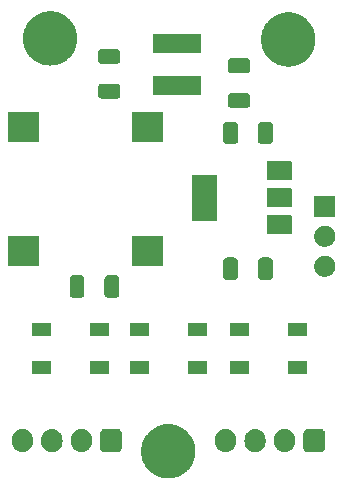
<source format=gbr>
G04 #@! TF.GenerationSoftware,KiCad,Pcbnew,7.0.2-6a45011f42~172~ubuntu22.04.1*
G04 #@! TF.CreationDate,2023-06-14T15:19:40+02:00*
G04 #@! TF.ProjectId,imu_module,696d755f-6d6f-4647-956c-652e6b696361,rev?*
G04 #@! TF.SameCoordinates,Original*
G04 #@! TF.FileFunction,Soldermask,Bot*
G04 #@! TF.FilePolarity,Negative*
%FSLAX46Y46*%
G04 Gerber Fmt 4.6, Leading zero omitted, Abs format (unit mm)*
G04 Created by KiCad (PCBNEW 7.0.2-6a45011f42~172~ubuntu22.04.1) date 2023-06-14 15:19:40*
%MOMM*%
%LPD*%
G01*
G04 APERTURE LIST*
G04 APERTURE END LIST*
G36*
X15073037Y-35153787D02*
G01*
X15144468Y-35153787D01*
X15221486Y-35163516D01*
X15300341Y-35168685D01*
X15366379Y-35181820D01*
X15431115Y-35189999D01*
X15512353Y-35210857D01*
X15595543Y-35227405D01*
X15653728Y-35247156D01*
X15710973Y-35261854D01*
X15794797Y-35295042D01*
X15880555Y-35324153D01*
X15930371Y-35348719D01*
X15979613Y-35368216D01*
X16064184Y-35414709D01*
X16150500Y-35457276D01*
X16191759Y-35484844D01*
X16232802Y-35507408D01*
X16316072Y-35567907D01*
X16400760Y-35624494D01*
X16433619Y-35653310D01*
X16466555Y-35677240D01*
X16546354Y-35752176D01*
X16627053Y-35822947D01*
X16651952Y-35851339D01*
X16677174Y-35875024D01*
X16751251Y-35964569D01*
X16825506Y-36049240D01*
X16843181Y-36075693D01*
X16861348Y-36097653D01*
X16927421Y-36201767D01*
X16992724Y-36299500D01*
X17004155Y-36322680D01*
X17016166Y-36341606D01*
X17071961Y-36460176D01*
X17125847Y-36569445D01*
X17132235Y-36588263D01*
X17139185Y-36603033D01*
X17182472Y-36736260D01*
X17222595Y-36854457D01*
X17225307Y-36868091D01*
X17228470Y-36877826D01*
X17257155Y-37028203D01*
X17281315Y-37149659D01*
X17281833Y-37157570D01*
X17282610Y-37161641D01*
X17294831Y-37355887D01*
X17301000Y-37450000D01*
X17294829Y-37544152D01*
X17282610Y-37738358D01*
X17281833Y-37742427D01*
X17281315Y-37750341D01*
X17257151Y-37871820D01*
X17228470Y-38022173D01*
X17225307Y-38031905D01*
X17222595Y-38045543D01*
X17182465Y-38163761D01*
X17139185Y-38296966D01*
X17132236Y-38311732D01*
X17125847Y-38330555D01*
X17071951Y-38439843D01*
X17016166Y-38558393D01*
X17004157Y-38577315D01*
X16992724Y-38600500D01*
X16927408Y-38698251D01*
X16861348Y-38802346D01*
X16843185Y-38824301D01*
X16825506Y-38850760D01*
X16751237Y-38935447D01*
X16677174Y-39024975D01*
X16651957Y-39048655D01*
X16627053Y-39077053D01*
X16546338Y-39147837D01*
X16466555Y-39222759D01*
X16433625Y-39246683D01*
X16400760Y-39275506D01*
X16316055Y-39332103D01*
X16232802Y-39392591D01*
X16191768Y-39415149D01*
X16150500Y-39442724D01*
X16064166Y-39485299D01*
X15979613Y-39531783D01*
X15930381Y-39551275D01*
X15880555Y-39575847D01*
X15794779Y-39604963D01*
X15710973Y-39638145D01*
X15653740Y-39652839D01*
X15595543Y-39672595D01*
X15512335Y-39689146D01*
X15431115Y-39710000D01*
X15366389Y-39718176D01*
X15300341Y-39731315D01*
X15221481Y-39736483D01*
X15144468Y-39746213D01*
X15073037Y-39746213D01*
X15000000Y-39751000D01*
X14926963Y-39746213D01*
X14855532Y-39746213D01*
X14778517Y-39736483D01*
X14699659Y-39731315D01*
X14633611Y-39718177D01*
X14568884Y-39710000D01*
X14487659Y-39689145D01*
X14404457Y-39672595D01*
X14346262Y-39652840D01*
X14289026Y-39638145D01*
X14205213Y-39604961D01*
X14119445Y-39575847D01*
X14069622Y-39551277D01*
X14020386Y-39531783D01*
X13935823Y-39485294D01*
X13849500Y-39442724D01*
X13808236Y-39415152D01*
X13767197Y-39392591D01*
X13683931Y-39332095D01*
X13599240Y-39275506D01*
X13566378Y-39246687D01*
X13533444Y-39222759D01*
X13453646Y-39147824D01*
X13372947Y-39077053D01*
X13348047Y-39048660D01*
X13322825Y-39024975D01*
X13248744Y-38935427D01*
X13174494Y-38850760D01*
X13156818Y-38824307D01*
X13138651Y-38802346D01*
X13072571Y-38698221D01*
X13007276Y-38600500D01*
X12995845Y-38577322D01*
X12983833Y-38558393D01*
X12928026Y-38439799D01*
X12874153Y-38330555D01*
X12867766Y-38311740D01*
X12860814Y-38296966D01*
X12817511Y-38163692D01*
X12777405Y-38045543D01*
X12774693Y-38031913D01*
X12771529Y-38022173D01*
X12742824Y-37871697D01*
X12718685Y-37750341D01*
X12718166Y-37742435D01*
X12717389Y-37738358D01*
X12705144Y-37543755D01*
X12699000Y-37450000D01*
X12705144Y-37356252D01*
X12717389Y-37161641D01*
X12718166Y-37157562D01*
X12718685Y-37149659D01*
X12742819Y-37028325D01*
X12771529Y-36877826D01*
X12774694Y-36868083D01*
X12777405Y-36854457D01*
X12817503Y-36736329D01*
X12860814Y-36603033D01*
X12867767Y-36588256D01*
X12874153Y-36569445D01*
X12928016Y-36460221D01*
X12983833Y-36341606D01*
X12995848Y-36322673D01*
X13007276Y-36299500D01*
X13072558Y-36201797D01*
X13138651Y-36097653D01*
X13156822Y-36075687D01*
X13174494Y-36049240D01*
X13248730Y-35964589D01*
X13322825Y-35875024D01*
X13348052Y-35851333D01*
X13372947Y-35822947D01*
X13453630Y-35752189D01*
X13533444Y-35677240D01*
X13566385Y-35653306D01*
X13599240Y-35624494D01*
X13683914Y-35567916D01*
X13767197Y-35507408D01*
X13808245Y-35484841D01*
X13849500Y-35457276D01*
X13935805Y-35414714D01*
X14020386Y-35368216D01*
X14069632Y-35348717D01*
X14119445Y-35324153D01*
X14205195Y-35295044D01*
X14289026Y-35261854D01*
X14346274Y-35247155D01*
X14404457Y-35227405D01*
X14487642Y-35210858D01*
X14568884Y-35189999D01*
X14633622Y-35181820D01*
X14699659Y-35168685D01*
X14778513Y-35163516D01*
X14855532Y-35153787D01*
X14926963Y-35153787D01*
X15000000Y-35149000D01*
X15073037Y-35153787D01*
G37*
G36*
X10818914Y-35581995D02*
G01*
X10834726Y-35588976D01*
X10842531Y-35590213D01*
X10875039Y-35606776D01*
X10920106Y-35626676D01*
X10998324Y-35704894D01*
X11018226Y-35749967D01*
X11034786Y-35782468D01*
X11036021Y-35790270D01*
X11043005Y-35806086D01*
X11051000Y-35875000D01*
X11051000Y-37225000D01*
X11043005Y-37293914D01*
X11036021Y-37309729D01*
X11034786Y-37317531D01*
X11018229Y-37350024D01*
X10998324Y-37395106D01*
X10920106Y-37473324D01*
X10875024Y-37493229D01*
X10842531Y-37509786D01*
X10834729Y-37511021D01*
X10818914Y-37518005D01*
X10750000Y-37526000D01*
X9550000Y-37526000D01*
X9481086Y-37518005D01*
X9465270Y-37511021D01*
X9457468Y-37509786D01*
X9424967Y-37493226D01*
X9379894Y-37473324D01*
X9301676Y-37395106D01*
X9281776Y-37350039D01*
X9265213Y-37317531D01*
X9263976Y-37309726D01*
X9256995Y-37293914D01*
X9249000Y-37225000D01*
X9249000Y-35875000D01*
X9256995Y-35806086D01*
X9263976Y-35790274D01*
X9265213Y-35782468D01*
X9281780Y-35749953D01*
X9301676Y-35704894D01*
X9379894Y-35626676D01*
X9424953Y-35606780D01*
X9457468Y-35590213D01*
X9465274Y-35588976D01*
X9481086Y-35581995D01*
X9550000Y-35574000D01*
X10750000Y-35574000D01*
X10818914Y-35581995D01*
G37*
G36*
X28018914Y-35581995D02*
G01*
X28034726Y-35588976D01*
X28042531Y-35590213D01*
X28075039Y-35606776D01*
X28120106Y-35626676D01*
X28198324Y-35704894D01*
X28218226Y-35749967D01*
X28234786Y-35782468D01*
X28236021Y-35790270D01*
X28243005Y-35806086D01*
X28251000Y-35875000D01*
X28251000Y-37225000D01*
X28243005Y-37293914D01*
X28236021Y-37309729D01*
X28234786Y-37317531D01*
X28218229Y-37350024D01*
X28198324Y-37395106D01*
X28120106Y-37473324D01*
X28075024Y-37493229D01*
X28042531Y-37509786D01*
X28034729Y-37511021D01*
X28018914Y-37518005D01*
X27950000Y-37526000D01*
X26750000Y-37526000D01*
X26681086Y-37518005D01*
X26665270Y-37511021D01*
X26657468Y-37509786D01*
X26624967Y-37493226D01*
X26579894Y-37473324D01*
X26501676Y-37395106D01*
X26481776Y-37350039D01*
X26465213Y-37317531D01*
X26463976Y-37309726D01*
X26456995Y-37293914D01*
X26449000Y-37225000D01*
X26449000Y-35875000D01*
X26456995Y-35806086D01*
X26463976Y-35790274D01*
X26465213Y-35782468D01*
X26481780Y-35749953D01*
X26501676Y-35704894D01*
X26579894Y-35626676D01*
X26624953Y-35606780D01*
X26657468Y-35590213D01*
X26665274Y-35588976D01*
X26681086Y-35581995D01*
X26750000Y-35574000D01*
X27950000Y-35574000D01*
X28018914Y-35581995D01*
G37*
G36*
X2693983Y-35578936D02*
G01*
X2744180Y-35578936D01*
X2787524Y-35588149D01*
X2825659Y-35591905D01*
X2873566Y-35606437D01*
X2928424Y-35618098D01*
X2963530Y-35633728D01*
X2994566Y-35643143D01*
X3043884Y-35669504D01*
X3100500Y-35694711D01*
X3126822Y-35713835D01*
X3150232Y-35726348D01*
X3197988Y-35765540D01*
X3252887Y-35805427D01*
X3270711Y-35825223D01*
X3286675Y-35838324D01*
X3329572Y-35890594D01*
X3378924Y-35945405D01*
X3389292Y-35963363D01*
X3398651Y-35974767D01*
X3433273Y-36039542D01*
X3473104Y-36108530D01*
X3477685Y-36122630D01*
X3481856Y-36130433D01*
X3504852Y-36206242D01*
X3531311Y-36287672D01*
X3532242Y-36296532D01*
X3533094Y-36299340D01*
X3541387Y-36383539D01*
X3551000Y-36475000D01*
X3551000Y-36625000D01*
X3541385Y-36716475D01*
X3533094Y-36800659D01*
X3532242Y-36803466D01*
X3531311Y-36812328D01*
X3504848Y-36893771D01*
X3481856Y-36969566D01*
X3477686Y-36977366D01*
X3473104Y-36991470D01*
X3433266Y-37060470D01*
X3398651Y-37125232D01*
X3389294Y-37136633D01*
X3378924Y-37154595D01*
X3329563Y-37209415D01*
X3286675Y-37261675D01*
X3270714Y-37274773D01*
X3252887Y-37294573D01*
X3197977Y-37334467D01*
X3150232Y-37373651D01*
X3126827Y-37386161D01*
X3100500Y-37405289D01*
X3043873Y-37430500D01*
X2994566Y-37456856D01*
X2963537Y-37466268D01*
X2928424Y-37481902D01*
X2873555Y-37493564D01*
X2825659Y-37508094D01*
X2787532Y-37511849D01*
X2744180Y-37521064D01*
X2693973Y-37521064D01*
X2650000Y-37525395D01*
X2606027Y-37521064D01*
X2555820Y-37521064D01*
X2512467Y-37511849D01*
X2474340Y-37508094D01*
X2426441Y-37493563D01*
X2371576Y-37481902D01*
X2336464Y-37466269D01*
X2305433Y-37456856D01*
X2256120Y-37430498D01*
X2199500Y-37405289D01*
X2173175Y-37386163D01*
X2149767Y-37373651D01*
X2102013Y-37334460D01*
X2047113Y-37294573D01*
X2029287Y-37274776D01*
X2013324Y-37261675D01*
X1970425Y-37209402D01*
X1921076Y-37154595D01*
X1910708Y-37136637D01*
X1901348Y-37125232D01*
X1866719Y-37060447D01*
X1826896Y-36991470D01*
X1822315Y-36977371D01*
X1818143Y-36969566D01*
X1795136Y-36893725D01*
X1768689Y-36812328D01*
X1767758Y-36803471D01*
X1766905Y-36800659D01*
X1758605Y-36716394D01*
X1749000Y-36625000D01*
X1749000Y-36475000D01*
X1758604Y-36383620D01*
X1766905Y-36299340D01*
X1767758Y-36296527D01*
X1768689Y-36287672D01*
X1795132Y-36206288D01*
X1818143Y-36130433D01*
X1822315Y-36122626D01*
X1826896Y-36108530D01*
X1866712Y-36039565D01*
X1901348Y-35974767D01*
X1910710Y-35963359D01*
X1921076Y-35945405D01*
X1970416Y-35890607D01*
X2013324Y-35838324D01*
X2029291Y-35825219D01*
X2047113Y-35805427D01*
X2102002Y-35765546D01*
X2149767Y-35726348D01*
X2173180Y-35713833D01*
X2199500Y-35694711D01*
X2256109Y-35669506D01*
X2305433Y-35643143D01*
X2336471Y-35633727D01*
X2371576Y-35618098D01*
X2426430Y-35606438D01*
X2474340Y-35591905D01*
X2512476Y-35588148D01*
X2555820Y-35578936D01*
X2606016Y-35578936D01*
X2649999Y-35574604D01*
X2693983Y-35578936D01*
G37*
G36*
X5193983Y-35578936D02*
G01*
X5244180Y-35578936D01*
X5287524Y-35588149D01*
X5325659Y-35591905D01*
X5373566Y-35606437D01*
X5428424Y-35618098D01*
X5463530Y-35633728D01*
X5494566Y-35643143D01*
X5543884Y-35669504D01*
X5600500Y-35694711D01*
X5626822Y-35713835D01*
X5650232Y-35726348D01*
X5697988Y-35765540D01*
X5752887Y-35805427D01*
X5770711Y-35825223D01*
X5786675Y-35838324D01*
X5829572Y-35890594D01*
X5878924Y-35945405D01*
X5889292Y-35963363D01*
X5898651Y-35974767D01*
X5933273Y-36039542D01*
X5973104Y-36108530D01*
X5977685Y-36122630D01*
X5981856Y-36130433D01*
X6004852Y-36206242D01*
X6031311Y-36287672D01*
X6032242Y-36296532D01*
X6033094Y-36299340D01*
X6041387Y-36383539D01*
X6051000Y-36475000D01*
X6051000Y-36625000D01*
X6041385Y-36716475D01*
X6033094Y-36800659D01*
X6032242Y-36803466D01*
X6031311Y-36812328D01*
X6004848Y-36893771D01*
X5981856Y-36969566D01*
X5977686Y-36977366D01*
X5973104Y-36991470D01*
X5933266Y-37060470D01*
X5898651Y-37125232D01*
X5889294Y-37136633D01*
X5878924Y-37154595D01*
X5829563Y-37209415D01*
X5786675Y-37261675D01*
X5770714Y-37274773D01*
X5752887Y-37294573D01*
X5697977Y-37334467D01*
X5650232Y-37373651D01*
X5626827Y-37386161D01*
X5600500Y-37405289D01*
X5543873Y-37430500D01*
X5494566Y-37456856D01*
X5463537Y-37466268D01*
X5428424Y-37481902D01*
X5373555Y-37493564D01*
X5325659Y-37508094D01*
X5287533Y-37511849D01*
X5244180Y-37521064D01*
X5193972Y-37521064D01*
X5149999Y-37525395D01*
X5106026Y-37521064D01*
X5055820Y-37521064D01*
X5012467Y-37511849D01*
X4974340Y-37508094D01*
X4926441Y-37493563D01*
X4871576Y-37481902D01*
X4836464Y-37466269D01*
X4805433Y-37456856D01*
X4756120Y-37430498D01*
X4699500Y-37405289D01*
X4673175Y-37386163D01*
X4649767Y-37373651D01*
X4602013Y-37334460D01*
X4547113Y-37294573D01*
X4529287Y-37274776D01*
X4513324Y-37261675D01*
X4470425Y-37209402D01*
X4421076Y-37154595D01*
X4410708Y-37136637D01*
X4401348Y-37125232D01*
X4366719Y-37060447D01*
X4326896Y-36991470D01*
X4322315Y-36977371D01*
X4318143Y-36969566D01*
X4295136Y-36893725D01*
X4268689Y-36812328D01*
X4267758Y-36803471D01*
X4266905Y-36800659D01*
X4258605Y-36716394D01*
X4249000Y-36625000D01*
X4249000Y-36475000D01*
X4258604Y-36383620D01*
X4266905Y-36299340D01*
X4267758Y-36296527D01*
X4268689Y-36287672D01*
X4295132Y-36206288D01*
X4318143Y-36130433D01*
X4322315Y-36122626D01*
X4326896Y-36108530D01*
X4366712Y-36039565D01*
X4401348Y-35974767D01*
X4410710Y-35963359D01*
X4421076Y-35945405D01*
X4470416Y-35890607D01*
X4513324Y-35838324D01*
X4529291Y-35825219D01*
X4547113Y-35805427D01*
X4602002Y-35765546D01*
X4649767Y-35726348D01*
X4673180Y-35713833D01*
X4699500Y-35694711D01*
X4756109Y-35669506D01*
X4805433Y-35643143D01*
X4836471Y-35633727D01*
X4871576Y-35618098D01*
X4926430Y-35606438D01*
X4974340Y-35591905D01*
X5012476Y-35588148D01*
X5055820Y-35578936D01*
X5106016Y-35578936D01*
X5150000Y-35574604D01*
X5193983Y-35578936D01*
G37*
G36*
X7693983Y-35578936D02*
G01*
X7744180Y-35578936D01*
X7787524Y-35588149D01*
X7825659Y-35591905D01*
X7873566Y-35606437D01*
X7928424Y-35618098D01*
X7963530Y-35633728D01*
X7994566Y-35643143D01*
X8043884Y-35669504D01*
X8100500Y-35694711D01*
X8126822Y-35713835D01*
X8150232Y-35726348D01*
X8197988Y-35765540D01*
X8252887Y-35805427D01*
X8270711Y-35825223D01*
X8286675Y-35838324D01*
X8329572Y-35890594D01*
X8378924Y-35945405D01*
X8389292Y-35963363D01*
X8398651Y-35974767D01*
X8433273Y-36039542D01*
X8473104Y-36108530D01*
X8477685Y-36122630D01*
X8481856Y-36130433D01*
X8504852Y-36206242D01*
X8531311Y-36287672D01*
X8532242Y-36296532D01*
X8533094Y-36299340D01*
X8541387Y-36383539D01*
X8551000Y-36475000D01*
X8551000Y-36625000D01*
X8541385Y-36716475D01*
X8533094Y-36800659D01*
X8532242Y-36803466D01*
X8531311Y-36812328D01*
X8504848Y-36893771D01*
X8481856Y-36969566D01*
X8477686Y-36977366D01*
X8473104Y-36991470D01*
X8433266Y-37060470D01*
X8398651Y-37125232D01*
X8389294Y-37136633D01*
X8378924Y-37154595D01*
X8329563Y-37209415D01*
X8286675Y-37261675D01*
X8270714Y-37274773D01*
X8252887Y-37294573D01*
X8197977Y-37334467D01*
X8150232Y-37373651D01*
X8126827Y-37386161D01*
X8100500Y-37405289D01*
X8043873Y-37430500D01*
X7994566Y-37456856D01*
X7963537Y-37466268D01*
X7928424Y-37481902D01*
X7873555Y-37493564D01*
X7825659Y-37508094D01*
X7787532Y-37511849D01*
X7744180Y-37521064D01*
X7693973Y-37521064D01*
X7650000Y-37525395D01*
X7606027Y-37521064D01*
X7555820Y-37521064D01*
X7512467Y-37511849D01*
X7474340Y-37508094D01*
X7426441Y-37493563D01*
X7371576Y-37481902D01*
X7336464Y-37466269D01*
X7305433Y-37456856D01*
X7256120Y-37430498D01*
X7199500Y-37405289D01*
X7173175Y-37386163D01*
X7149767Y-37373651D01*
X7102013Y-37334460D01*
X7047113Y-37294573D01*
X7029287Y-37274776D01*
X7013324Y-37261675D01*
X6970425Y-37209402D01*
X6921076Y-37154595D01*
X6910708Y-37136637D01*
X6901348Y-37125232D01*
X6866719Y-37060447D01*
X6826896Y-36991470D01*
X6822315Y-36977371D01*
X6818143Y-36969566D01*
X6795136Y-36893725D01*
X6768689Y-36812328D01*
X6767758Y-36803471D01*
X6766905Y-36800659D01*
X6758605Y-36716394D01*
X6749000Y-36625000D01*
X6749000Y-36475000D01*
X6758604Y-36383620D01*
X6766905Y-36299340D01*
X6767758Y-36296527D01*
X6768689Y-36287672D01*
X6795132Y-36206288D01*
X6818143Y-36130433D01*
X6822315Y-36122626D01*
X6826896Y-36108530D01*
X6866712Y-36039565D01*
X6901348Y-35974767D01*
X6910710Y-35963359D01*
X6921076Y-35945405D01*
X6970416Y-35890607D01*
X7013324Y-35838324D01*
X7029291Y-35825219D01*
X7047113Y-35805427D01*
X7102002Y-35765546D01*
X7149767Y-35726348D01*
X7173180Y-35713833D01*
X7199500Y-35694711D01*
X7256109Y-35669506D01*
X7305433Y-35643143D01*
X7336471Y-35633727D01*
X7371576Y-35618098D01*
X7426430Y-35606438D01*
X7474340Y-35591905D01*
X7512476Y-35588148D01*
X7555820Y-35578936D01*
X7606016Y-35578936D01*
X7649999Y-35574604D01*
X7693983Y-35578936D01*
G37*
G36*
X19893983Y-35578936D02*
G01*
X19944180Y-35578936D01*
X19987524Y-35588149D01*
X20025659Y-35591905D01*
X20073566Y-35606437D01*
X20128424Y-35618098D01*
X20163530Y-35633728D01*
X20194566Y-35643143D01*
X20243884Y-35669504D01*
X20300500Y-35694711D01*
X20326822Y-35713835D01*
X20350232Y-35726348D01*
X20397988Y-35765540D01*
X20452887Y-35805427D01*
X20470711Y-35825223D01*
X20486675Y-35838324D01*
X20529572Y-35890594D01*
X20578924Y-35945405D01*
X20589292Y-35963363D01*
X20598651Y-35974767D01*
X20633273Y-36039542D01*
X20673104Y-36108530D01*
X20677685Y-36122630D01*
X20681856Y-36130433D01*
X20704852Y-36206242D01*
X20731311Y-36287672D01*
X20732242Y-36296532D01*
X20733094Y-36299340D01*
X20741387Y-36383539D01*
X20751000Y-36475000D01*
X20751000Y-36625000D01*
X20741385Y-36716475D01*
X20733094Y-36800659D01*
X20732242Y-36803466D01*
X20731311Y-36812328D01*
X20704848Y-36893771D01*
X20681856Y-36969566D01*
X20677686Y-36977366D01*
X20673104Y-36991470D01*
X20633266Y-37060470D01*
X20598651Y-37125232D01*
X20589294Y-37136633D01*
X20578924Y-37154595D01*
X20529563Y-37209415D01*
X20486675Y-37261675D01*
X20470714Y-37274773D01*
X20452887Y-37294573D01*
X20397977Y-37334467D01*
X20350232Y-37373651D01*
X20326827Y-37386161D01*
X20300500Y-37405289D01*
X20243873Y-37430500D01*
X20194566Y-37456856D01*
X20163537Y-37466268D01*
X20128424Y-37481902D01*
X20073555Y-37493564D01*
X20025659Y-37508094D01*
X19987532Y-37511849D01*
X19944180Y-37521064D01*
X19893973Y-37521064D01*
X19850000Y-37525395D01*
X19806027Y-37521064D01*
X19755820Y-37521064D01*
X19712467Y-37511849D01*
X19674340Y-37508094D01*
X19626441Y-37493563D01*
X19571576Y-37481902D01*
X19536464Y-37466269D01*
X19505433Y-37456856D01*
X19456120Y-37430498D01*
X19399500Y-37405289D01*
X19373175Y-37386163D01*
X19349767Y-37373651D01*
X19302013Y-37334460D01*
X19247113Y-37294573D01*
X19229287Y-37274776D01*
X19213324Y-37261675D01*
X19170425Y-37209402D01*
X19121076Y-37154595D01*
X19110708Y-37136637D01*
X19101348Y-37125232D01*
X19066719Y-37060447D01*
X19026896Y-36991470D01*
X19022315Y-36977371D01*
X19018143Y-36969566D01*
X18995136Y-36893725D01*
X18968689Y-36812328D01*
X18967758Y-36803471D01*
X18966905Y-36800659D01*
X18958605Y-36716394D01*
X18949000Y-36625000D01*
X18949000Y-36475000D01*
X18958604Y-36383620D01*
X18966905Y-36299340D01*
X18967758Y-36296527D01*
X18968689Y-36287672D01*
X18995132Y-36206288D01*
X19018143Y-36130433D01*
X19022315Y-36122626D01*
X19026896Y-36108530D01*
X19066712Y-36039565D01*
X19101348Y-35974767D01*
X19110710Y-35963359D01*
X19121076Y-35945405D01*
X19170416Y-35890607D01*
X19213324Y-35838324D01*
X19229291Y-35825219D01*
X19247113Y-35805427D01*
X19302002Y-35765546D01*
X19349767Y-35726348D01*
X19373180Y-35713833D01*
X19399500Y-35694711D01*
X19456109Y-35669506D01*
X19505433Y-35643143D01*
X19536471Y-35633727D01*
X19571576Y-35618098D01*
X19626430Y-35606438D01*
X19674340Y-35591905D01*
X19712476Y-35588148D01*
X19755820Y-35578936D01*
X19806016Y-35578936D01*
X19849999Y-35574604D01*
X19893983Y-35578936D01*
G37*
G36*
X22393983Y-35578936D02*
G01*
X22444180Y-35578936D01*
X22487524Y-35588149D01*
X22525659Y-35591905D01*
X22573566Y-35606437D01*
X22628424Y-35618098D01*
X22663530Y-35633728D01*
X22694566Y-35643143D01*
X22743884Y-35669504D01*
X22800500Y-35694711D01*
X22826822Y-35713835D01*
X22850232Y-35726348D01*
X22897988Y-35765540D01*
X22952887Y-35805427D01*
X22970711Y-35825223D01*
X22986675Y-35838324D01*
X23029572Y-35890594D01*
X23078924Y-35945405D01*
X23089292Y-35963363D01*
X23098651Y-35974767D01*
X23133273Y-36039542D01*
X23173104Y-36108530D01*
X23177685Y-36122630D01*
X23181856Y-36130433D01*
X23204852Y-36206242D01*
X23231311Y-36287672D01*
X23232242Y-36296532D01*
X23233094Y-36299340D01*
X23241387Y-36383539D01*
X23251000Y-36475000D01*
X23251000Y-36625000D01*
X23241385Y-36716475D01*
X23233094Y-36800659D01*
X23232242Y-36803466D01*
X23231311Y-36812328D01*
X23204848Y-36893771D01*
X23181856Y-36969566D01*
X23177686Y-36977366D01*
X23173104Y-36991470D01*
X23133266Y-37060470D01*
X23098651Y-37125232D01*
X23089294Y-37136633D01*
X23078924Y-37154595D01*
X23029563Y-37209415D01*
X22986675Y-37261675D01*
X22970714Y-37274773D01*
X22952887Y-37294573D01*
X22897977Y-37334467D01*
X22850232Y-37373651D01*
X22826827Y-37386161D01*
X22800500Y-37405289D01*
X22743873Y-37430500D01*
X22694566Y-37456856D01*
X22663537Y-37466268D01*
X22628424Y-37481902D01*
X22573555Y-37493564D01*
X22525659Y-37508094D01*
X22487533Y-37511849D01*
X22444180Y-37521064D01*
X22393972Y-37521064D01*
X22349999Y-37525395D01*
X22306026Y-37521064D01*
X22255820Y-37521064D01*
X22212467Y-37511849D01*
X22174340Y-37508094D01*
X22126441Y-37493563D01*
X22071576Y-37481902D01*
X22036464Y-37466269D01*
X22005433Y-37456856D01*
X21956120Y-37430498D01*
X21899500Y-37405289D01*
X21873175Y-37386163D01*
X21849767Y-37373651D01*
X21802013Y-37334460D01*
X21747113Y-37294573D01*
X21729287Y-37274776D01*
X21713324Y-37261675D01*
X21670425Y-37209402D01*
X21621076Y-37154595D01*
X21610708Y-37136637D01*
X21601348Y-37125232D01*
X21566719Y-37060447D01*
X21526896Y-36991470D01*
X21522315Y-36977371D01*
X21518143Y-36969566D01*
X21495136Y-36893725D01*
X21468689Y-36812328D01*
X21467758Y-36803471D01*
X21466905Y-36800659D01*
X21458605Y-36716394D01*
X21449000Y-36625000D01*
X21449000Y-36475000D01*
X21458604Y-36383620D01*
X21466905Y-36299340D01*
X21467758Y-36296527D01*
X21468689Y-36287672D01*
X21495132Y-36206288D01*
X21518143Y-36130433D01*
X21522315Y-36122626D01*
X21526896Y-36108530D01*
X21566712Y-36039565D01*
X21601348Y-35974767D01*
X21610710Y-35963359D01*
X21621076Y-35945405D01*
X21670416Y-35890607D01*
X21713324Y-35838324D01*
X21729291Y-35825219D01*
X21747113Y-35805427D01*
X21802002Y-35765546D01*
X21849767Y-35726348D01*
X21873180Y-35713833D01*
X21899500Y-35694711D01*
X21956109Y-35669506D01*
X22005433Y-35643143D01*
X22036471Y-35633727D01*
X22071576Y-35618098D01*
X22126430Y-35606438D01*
X22174340Y-35591905D01*
X22212476Y-35588148D01*
X22255820Y-35578936D01*
X22306016Y-35578936D01*
X22350000Y-35574604D01*
X22393983Y-35578936D01*
G37*
G36*
X24893983Y-35578936D02*
G01*
X24944180Y-35578936D01*
X24987524Y-35588149D01*
X25025659Y-35591905D01*
X25073566Y-35606437D01*
X25128424Y-35618098D01*
X25163530Y-35633728D01*
X25194566Y-35643143D01*
X25243884Y-35669504D01*
X25300500Y-35694711D01*
X25326822Y-35713835D01*
X25350232Y-35726348D01*
X25397988Y-35765540D01*
X25452887Y-35805427D01*
X25470711Y-35825223D01*
X25486675Y-35838324D01*
X25529572Y-35890594D01*
X25578924Y-35945405D01*
X25589292Y-35963363D01*
X25598651Y-35974767D01*
X25633273Y-36039542D01*
X25673104Y-36108530D01*
X25677685Y-36122630D01*
X25681856Y-36130433D01*
X25704852Y-36206242D01*
X25731311Y-36287672D01*
X25732242Y-36296532D01*
X25733094Y-36299340D01*
X25741387Y-36383539D01*
X25751000Y-36475000D01*
X25751000Y-36625000D01*
X25741385Y-36716475D01*
X25733094Y-36800659D01*
X25732242Y-36803466D01*
X25731311Y-36812328D01*
X25704848Y-36893771D01*
X25681856Y-36969566D01*
X25677686Y-36977366D01*
X25673104Y-36991470D01*
X25633266Y-37060470D01*
X25598651Y-37125232D01*
X25589294Y-37136633D01*
X25578924Y-37154595D01*
X25529563Y-37209415D01*
X25486675Y-37261675D01*
X25470714Y-37274773D01*
X25452887Y-37294573D01*
X25397977Y-37334467D01*
X25350232Y-37373651D01*
X25326827Y-37386161D01*
X25300500Y-37405289D01*
X25243873Y-37430500D01*
X25194566Y-37456856D01*
X25163537Y-37466268D01*
X25128424Y-37481902D01*
X25073555Y-37493564D01*
X25025659Y-37508094D01*
X24987532Y-37511849D01*
X24944180Y-37521064D01*
X24893973Y-37521064D01*
X24850000Y-37525395D01*
X24806027Y-37521064D01*
X24755820Y-37521064D01*
X24712467Y-37511849D01*
X24674340Y-37508094D01*
X24626441Y-37493563D01*
X24571576Y-37481902D01*
X24536464Y-37466269D01*
X24505433Y-37456856D01*
X24456120Y-37430498D01*
X24399500Y-37405289D01*
X24373175Y-37386163D01*
X24349767Y-37373651D01*
X24302013Y-37334460D01*
X24247113Y-37294573D01*
X24229287Y-37274776D01*
X24213324Y-37261675D01*
X24170425Y-37209402D01*
X24121076Y-37154595D01*
X24110708Y-37136637D01*
X24101348Y-37125232D01*
X24066719Y-37060447D01*
X24026896Y-36991470D01*
X24022315Y-36977371D01*
X24018143Y-36969566D01*
X23995136Y-36893725D01*
X23968689Y-36812328D01*
X23967758Y-36803471D01*
X23966905Y-36800659D01*
X23958605Y-36716394D01*
X23949000Y-36625000D01*
X23949000Y-36475000D01*
X23958604Y-36383620D01*
X23966905Y-36299340D01*
X23967758Y-36296527D01*
X23968689Y-36287672D01*
X23995132Y-36206288D01*
X24018143Y-36130433D01*
X24022315Y-36122626D01*
X24026896Y-36108530D01*
X24066712Y-36039565D01*
X24101348Y-35974767D01*
X24110710Y-35963359D01*
X24121076Y-35945405D01*
X24170416Y-35890607D01*
X24213324Y-35838324D01*
X24229291Y-35825219D01*
X24247113Y-35805427D01*
X24302002Y-35765546D01*
X24349767Y-35726348D01*
X24373180Y-35713833D01*
X24399500Y-35694711D01*
X24456109Y-35669506D01*
X24505433Y-35643143D01*
X24536471Y-35633727D01*
X24571576Y-35618098D01*
X24626430Y-35606438D01*
X24674340Y-35591905D01*
X24712476Y-35588148D01*
X24755820Y-35578936D01*
X24806016Y-35578936D01*
X24849999Y-35574604D01*
X24893983Y-35578936D01*
G37*
G36*
X5069899Y-29801959D02*
G01*
X5086769Y-29813231D01*
X5098041Y-29830101D01*
X5100999Y-29844978D01*
X5101000Y-30855023D01*
X5098041Y-30869899D01*
X5086769Y-30886769D01*
X5069899Y-30898041D01*
X5055022Y-30900999D01*
X3544977Y-30901000D01*
X3530101Y-30898041D01*
X3513231Y-30886769D01*
X3501959Y-30869899D01*
X3499001Y-30855023D01*
X3499000Y-30855020D01*
X3499000Y-29844977D01*
X3501959Y-29830100D01*
X3513231Y-29813231D01*
X3530098Y-29801960D01*
X3530100Y-29801959D01*
X3530101Y-29801959D01*
X3535082Y-29800968D01*
X3544979Y-29799000D01*
X5055022Y-29799000D01*
X5055023Y-29799000D01*
X5069899Y-29801959D01*
G37*
G36*
X9969899Y-29801959D02*
G01*
X9986769Y-29813231D01*
X9998041Y-29830101D01*
X10000999Y-29844978D01*
X10001000Y-30855023D01*
X9998041Y-30869899D01*
X9986769Y-30886769D01*
X9969899Y-30898041D01*
X9955022Y-30900999D01*
X8444977Y-30901000D01*
X8430101Y-30898041D01*
X8413231Y-30886769D01*
X8401959Y-30869899D01*
X8399001Y-30855023D01*
X8399000Y-30855020D01*
X8399000Y-29844977D01*
X8401959Y-29830100D01*
X8413231Y-29813231D01*
X8430098Y-29801960D01*
X8430100Y-29801959D01*
X8430101Y-29801959D01*
X8435082Y-29800968D01*
X8444979Y-29799000D01*
X9955022Y-29799000D01*
X9955023Y-29799000D01*
X9969899Y-29801959D01*
G37*
G36*
X13319899Y-29801959D02*
G01*
X13336769Y-29813231D01*
X13348041Y-29830101D01*
X13350999Y-29844978D01*
X13351000Y-30855023D01*
X13348041Y-30869899D01*
X13336769Y-30886769D01*
X13319899Y-30898041D01*
X13305022Y-30900999D01*
X11794977Y-30901000D01*
X11780101Y-30898041D01*
X11763231Y-30886769D01*
X11751959Y-30869899D01*
X11749001Y-30855023D01*
X11749000Y-30855020D01*
X11749000Y-29844977D01*
X11751959Y-29830100D01*
X11763231Y-29813231D01*
X11780098Y-29801960D01*
X11780100Y-29801959D01*
X11780101Y-29801959D01*
X11785082Y-29800968D01*
X11794979Y-29799000D01*
X13305022Y-29799000D01*
X13305023Y-29799000D01*
X13319899Y-29801959D01*
G37*
G36*
X18219899Y-29801959D02*
G01*
X18236769Y-29813231D01*
X18248041Y-29830101D01*
X18250999Y-29844978D01*
X18251000Y-30855023D01*
X18248041Y-30869899D01*
X18236769Y-30886769D01*
X18219899Y-30898041D01*
X18205022Y-30900999D01*
X16694977Y-30901000D01*
X16680101Y-30898041D01*
X16663231Y-30886769D01*
X16651959Y-30869899D01*
X16649001Y-30855023D01*
X16649000Y-30855020D01*
X16649000Y-29844977D01*
X16651959Y-29830100D01*
X16663231Y-29813231D01*
X16680098Y-29801960D01*
X16680100Y-29801959D01*
X16680101Y-29801959D01*
X16685082Y-29800968D01*
X16694979Y-29799000D01*
X18205022Y-29799000D01*
X18205023Y-29799000D01*
X18219899Y-29801959D01*
G37*
G36*
X21819899Y-29801959D02*
G01*
X21836769Y-29813231D01*
X21848041Y-29830101D01*
X21850999Y-29844978D01*
X21851000Y-30855023D01*
X21848041Y-30869899D01*
X21836769Y-30886769D01*
X21819899Y-30898041D01*
X21805022Y-30900999D01*
X20294977Y-30901000D01*
X20280101Y-30898041D01*
X20263231Y-30886769D01*
X20251959Y-30869899D01*
X20249001Y-30855023D01*
X20249000Y-30855020D01*
X20249000Y-29844977D01*
X20251959Y-29830100D01*
X20263231Y-29813231D01*
X20280098Y-29801960D01*
X20280100Y-29801959D01*
X20280101Y-29801959D01*
X20285082Y-29800968D01*
X20294979Y-29799000D01*
X21805022Y-29799000D01*
X21805023Y-29799000D01*
X21819899Y-29801959D01*
G37*
G36*
X26719899Y-29801959D02*
G01*
X26736769Y-29813231D01*
X26748041Y-29830101D01*
X26750999Y-29844978D01*
X26751000Y-30855023D01*
X26748041Y-30869899D01*
X26736769Y-30886769D01*
X26719899Y-30898041D01*
X26705022Y-30900999D01*
X25194977Y-30901000D01*
X25180101Y-30898041D01*
X25163231Y-30886769D01*
X25151959Y-30869899D01*
X25149001Y-30855023D01*
X25149000Y-30855020D01*
X25149000Y-29844977D01*
X25151959Y-29830100D01*
X25163231Y-29813231D01*
X25180098Y-29801960D01*
X25180100Y-29801959D01*
X25180101Y-29801959D01*
X25185082Y-29800968D01*
X25194979Y-29799000D01*
X26705022Y-29799000D01*
X26705023Y-29799000D01*
X26719899Y-29801959D01*
G37*
G36*
X5069899Y-26601959D02*
G01*
X5086769Y-26613231D01*
X5098041Y-26630101D01*
X5100999Y-26644978D01*
X5101000Y-27655023D01*
X5098041Y-27669899D01*
X5086769Y-27686769D01*
X5069899Y-27698041D01*
X5055022Y-27700999D01*
X3544977Y-27701000D01*
X3530101Y-27698041D01*
X3513231Y-27686769D01*
X3501959Y-27669899D01*
X3499001Y-27655023D01*
X3499000Y-27655020D01*
X3499000Y-26644977D01*
X3501959Y-26630100D01*
X3513231Y-26613231D01*
X3530098Y-26601960D01*
X3530100Y-26601959D01*
X3530101Y-26601959D01*
X3535082Y-26600968D01*
X3544979Y-26599000D01*
X5055022Y-26599000D01*
X5055023Y-26599000D01*
X5069899Y-26601959D01*
G37*
G36*
X9969899Y-26601959D02*
G01*
X9986769Y-26613231D01*
X9998041Y-26630101D01*
X10000999Y-26644978D01*
X10001000Y-27655023D01*
X9998041Y-27669899D01*
X9986769Y-27686769D01*
X9969899Y-27698041D01*
X9955022Y-27700999D01*
X8444977Y-27701000D01*
X8430101Y-27698041D01*
X8413231Y-27686769D01*
X8401959Y-27669899D01*
X8399001Y-27655023D01*
X8399000Y-27655020D01*
X8399000Y-26644977D01*
X8401959Y-26630100D01*
X8413231Y-26613231D01*
X8430098Y-26601960D01*
X8430100Y-26601959D01*
X8430101Y-26601959D01*
X8435082Y-26600968D01*
X8444979Y-26599000D01*
X9955022Y-26599000D01*
X9955023Y-26599000D01*
X9969899Y-26601959D01*
G37*
G36*
X13319899Y-26601959D02*
G01*
X13336769Y-26613231D01*
X13348041Y-26630101D01*
X13350999Y-26644978D01*
X13351000Y-27655023D01*
X13348041Y-27669899D01*
X13336769Y-27686769D01*
X13319899Y-27698041D01*
X13305022Y-27700999D01*
X11794977Y-27701000D01*
X11780101Y-27698041D01*
X11763231Y-27686769D01*
X11751959Y-27669899D01*
X11749001Y-27655023D01*
X11749000Y-27655020D01*
X11749000Y-26644977D01*
X11751959Y-26630100D01*
X11763231Y-26613231D01*
X11780098Y-26601960D01*
X11780100Y-26601959D01*
X11780101Y-26601959D01*
X11785082Y-26600968D01*
X11794979Y-26599000D01*
X13305022Y-26599000D01*
X13305023Y-26599000D01*
X13319899Y-26601959D01*
G37*
G36*
X18219899Y-26601959D02*
G01*
X18236769Y-26613231D01*
X18248041Y-26630101D01*
X18250999Y-26644978D01*
X18251000Y-27655023D01*
X18248041Y-27669899D01*
X18236769Y-27686769D01*
X18219899Y-27698041D01*
X18205022Y-27700999D01*
X16694977Y-27701000D01*
X16680101Y-27698041D01*
X16663231Y-27686769D01*
X16651959Y-27669899D01*
X16649001Y-27655023D01*
X16649000Y-27655020D01*
X16649000Y-26644977D01*
X16651959Y-26630100D01*
X16663231Y-26613231D01*
X16680098Y-26601960D01*
X16680100Y-26601959D01*
X16680101Y-26601959D01*
X16685082Y-26600968D01*
X16694979Y-26599000D01*
X18205022Y-26599000D01*
X18205023Y-26599000D01*
X18219899Y-26601959D01*
G37*
G36*
X21819899Y-26601959D02*
G01*
X21836769Y-26613231D01*
X21848041Y-26630101D01*
X21850999Y-26644978D01*
X21851000Y-27655023D01*
X21848041Y-27669899D01*
X21836769Y-27686769D01*
X21819899Y-27698041D01*
X21805022Y-27700999D01*
X20294977Y-27701000D01*
X20280101Y-27698041D01*
X20263231Y-27686769D01*
X20251959Y-27669899D01*
X20249001Y-27655023D01*
X20249000Y-27655020D01*
X20249000Y-26644977D01*
X20251959Y-26630100D01*
X20263231Y-26613231D01*
X20280098Y-26601960D01*
X20280100Y-26601959D01*
X20280101Y-26601959D01*
X20285082Y-26600968D01*
X20294979Y-26599000D01*
X21805022Y-26599000D01*
X21805023Y-26599000D01*
X21819899Y-26601959D01*
G37*
G36*
X26719899Y-26601959D02*
G01*
X26736769Y-26613231D01*
X26748041Y-26630101D01*
X26750999Y-26644978D01*
X26751000Y-27655023D01*
X26748041Y-27669899D01*
X26736769Y-27686769D01*
X26719899Y-27698041D01*
X26705022Y-27700999D01*
X25194977Y-27701000D01*
X25180101Y-27698041D01*
X25163231Y-27686769D01*
X25151959Y-27669899D01*
X25149001Y-27655023D01*
X25149000Y-27655020D01*
X25149000Y-26644977D01*
X25151959Y-26630100D01*
X25163231Y-26613231D01*
X25180098Y-26601960D01*
X25180100Y-26601959D01*
X25180101Y-26601959D01*
X25185082Y-26600968D01*
X25194979Y-26599000D01*
X26705022Y-26599000D01*
X26705023Y-26599000D01*
X26719899Y-26601959D01*
G37*
G36*
X7668914Y-22556995D02*
G01*
X7684726Y-22563976D01*
X7692531Y-22565213D01*
X7725039Y-22581776D01*
X7770106Y-22601676D01*
X7848324Y-22679894D01*
X7868226Y-22724967D01*
X7884786Y-22757468D01*
X7886021Y-22765270D01*
X7893005Y-22781086D01*
X7901000Y-22850000D01*
X7901000Y-24150000D01*
X7893005Y-24218914D01*
X7886021Y-24234729D01*
X7884786Y-24242531D01*
X7868229Y-24275024D01*
X7848324Y-24320106D01*
X7770106Y-24398324D01*
X7725024Y-24418229D01*
X7692531Y-24434786D01*
X7684729Y-24436021D01*
X7668914Y-24443005D01*
X7600000Y-24451000D01*
X6950000Y-24451000D01*
X6881086Y-24443005D01*
X6865270Y-24436021D01*
X6857468Y-24434786D01*
X6824967Y-24418226D01*
X6779894Y-24398324D01*
X6701676Y-24320106D01*
X6681776Y-24275039D01*
X6665213Y-24242531D01*
X6663976Y-24234726D01*
X6656995Y-24218914D01*
X6649000Y-24150000D01*
X6649000Y-22850000D01*
X6656995Y-22781086D01*
X6663976Y-22765274D01*
X6665213Y-22757468D01*
X6681780Y-22724953D01*
X6701676Y-22679894D01*
X6779894Y-22601676D01*
X6824953Y-22581780D01*
X6857468Y-22565213D01*
X6865274Y-22563976D01*
X6881086Y-22556995D01*
X6950000Y-22549000D01*
X7600000Y-22549000D01*
X7668914Y-22556995D01*
G37*
G36*
X10618914Y-22556995D02*
G01*
X10634726Y-22563976D01*
X10642531Y-22565213D01*
X10675039Y-22581776D01*
X10720106Y-22601676D01*
X10798324Y-22679894D01*
X10818226Y-22724967D01*
X10834786Y-22757468D01*
X10836021Y-22765270D01*
X10843005Y-22781086D01*
X10851000Y-22850000D01*
X10851000Y-24150000D01*
X10843005Y-24218914D01*
X10836021Y-24234729D01*
X10834786Y-24242531D01*
X10818229Y-24275024D01*
X10798324Y-24320106D01*
X10720106Y-24398324D01*
X10675024Y-24418229D01*
X10642531Y-24434786D01*
X10634729Y-24436021D01*
X10618914Y-24443005D01*
X10550000Y-24451000D01*
X9900000Y-24451000D01*
X9831086Y-24443005D01*
X9815270Y-24436021D01*
X9807468Y-24434786D01*
X9774967Y-24418226D01*
X9729894Y-24398324D01*
X9651676Y-24320106D01*
X9631776Y-24275039D01*
X9615213Y-24242531D01*
X9613976Y-24234726D01*
X9606995Y-24218914D01*
X9599000Y-24150000D01*
X9599000Y-22850000D01*
X9606995Y-22781086D01*
X9613976Y-22765274D01*
X9615213Y-22757468D01*
X9631780Y-22724953D01*
X9651676Y-22679894D01*
X9729894Y-22601676D01*
X9774953Y-22581780D01*
X9807468Y-22565213D01*
X9815274Y-22563976D01*
X9831086Y-22556995D01*
X9900000Y-22549000D01*
X10550000Y-22549000D01*
X10618914Y-22556995D01*
G37*
G36*
X4019899Y-19201959D02*
G01*
X4036769Y-19213231D01*
X4048041Y-19230101D01*
X4050999Y-19244978D01*
X4051000Y-21755023D01*
X4048041Y-21769899D01*
X4036769Y-21786769D01*
X4019899Y-21798041D01*
X4005022Y-21800999D01*
X1494977Y-21801000D01*
X1480101Y-21798041D01*
X1463231Y-21786769D01*
X1451959Y-21769899D01*
X1449001Y-21755023D01*
X1449000Y-21755020D01*
X1449000Y-19244977D01*
X1451959Y-19230100D01*
X1463231Y-19213231D01*
X1480098Y-19201960D01*
X1480100Y-19201959D01*
X1480101Y-19201959D01*
X1485082Y-19200968D01*
X1494979Y-19199000D01*
X4005022Y-19199000D01*
X4005023Y-19199000D01*
X4019899Y-19201959D01*
G37*
G36*
X14519899Y-19201959D02*
G01*
X14536769Y-19213231D01*
X14548041Y-19230101D01*
X14550999Y-19244978D01*
X14551000Y-21755023D01*
X14548041Y-21769899D01*
X14536769Y-21786769D01*
X14519899Y-21798041D01*
X14505022Y-21800999D01*
X11994977Y-21801000D01*
X11980101Y-21798041D01*
X11963231Y-21786769D01*
X11951959Y-21769899D01*
X11949001Y-21755023D01*
X11949000Y-21755020D01*
X11949000Y-19244977D01*
X11951959Y-19230100D01*
X11963231Y-19213231D01*
X11980098Y-19201960D01*
X11980100Y-19201959D01*
X11980101Y-19201959D01*
X11985082Y-19200968D01*
X11994979Y-19199000D01*
X14505022Y-19199000D01*
X14505023Y-19199000D01*
X14519899Y-19201959D01*
G37*
G36*
X20668914Y-21056995D02*
G01*
X20684726Y-21063976D01*
X20692531Y-21065213D01*
X20725039Y-21081776D01*
X20770106Y-21101676D01*
X20848324Y-21179894D01*
X20868226Y-21224967D01*
X20884786Y-21257468D01*
X20886021Y-21265270D01*
X20893005Y-21281086D01*
X20901000Y-21350000D01*
X20901000Y-22650000D01*
X20893005Y-22718914D01*
X20886021Y-22734729D01*
X20884786Y-22742531D01*
X20868229Y-22775024D01*
X20848324Y-22820106D01*
X20770106Y-22898324D01*
X20725024Y-22918229D01*
X20692531Y-22934786D01*
X20684729Y-22936021D01*
X20668914Y-22943005D01*
X20600000Y-22951000D01*
X19950000Y-22951000D01*
X19881086Y-22943005D01*
X19865270Y-22936021D01*
X19857468Y-22934786D01*
X19824967Y-22918226D01*
X19779894Y-22898324D01*
X19701676Y-22820106D01*
X19681776Y-22775039D01*
X19665213Y-22742531D01*
X19663976Y-22734726D01*
X19656995Y-22718914D01*
X19649000Y-22650000D01*
X19649000Y-21350000D01*
X19656995Y-21281086D01*
X19663976Y-21265274D01*
X19665213Y-21257468D01*
X19681780Y-21224953D01*
X19701676Y-21179894D01*
X19779894Y-21101676D01*
X19824953Y-21081780D01*
X19857468Y-21065213D01*
X19865274Y-21063976D01*
X19881086Y-21056995D01*
X19950000Y-21049000D01*
X20600000Y-21049000D01*
X20668914Y-21056995D01*
G37*
G36*
X23618914Y-21056995D02*
G01*
X23634726Y-21063976D01*
X23642531Y-21065213D01*
X23675039Y-21081776D01*
X23720106Y-21101676D01*
X23798324Y-21179894D01*
X23818226Y-21224967D01*
X23834786Y-21257468D01*
X23836021Y-21265270D01*
X23843005Y-21281086D01*
X23851000Y-21350000D01*
X23851000Y-22650000D01*
X23843005Y-22718914D01*
X23836021Y-22734729D01*
X23834786Y-22742531D01*
X23818229Y-22775024D01*
X23798324Y-22820106D01*
X23720106Y-22898324D01*
X23675024Y-22918229D01*
X23642531Y-22934786D01*
X23634729Y-22936021D01*
X23618914Y-22943005D01*
X23550000Y-22951000D01*
X22900000Y-22951000D01*
X22831086Y-22943005D01*
X22815270Y-22936021D01*
X22807468Y-22934786D01*
X22774967Y-22918226D01*
X22729894Y-22898324D01*
X22651676Y-22820106D01*
X22631776Y-22775039D01*
X22615213Y-22742531D01*
X22613976Y-22734726D01*
X22606995Y-22718914D01*
X22599000Y-22650000D01*
X22599000Y-21350000D01*
X22606995Y-21281086D01*
X22613976Y-21265274D01*
X22615213Y-21257468D01*
X22631780Y-21224953D01*
X22651676Y-21179894D01*
X22729894Y-21101676D01*
X22774953Y-21081780D01*
X22807468Y-21065213D01*
X22815274Y-21063976D01*
X22831086Y-21056995D01*
X22900000Y-21049000D01*
X23550000Y-21049000D01*
X23618914Y-21056995D01*
G37*
G36*
X28293983Y-20893936D02*
G01*
X28344180Y-20893936D01*
X28387524Y-20903149D01*
X28425659Y-20906905D01*
X28473566Y-20921437D01*
X28528424Y-20933098D01*
X28563530Y-20948728D01*
X28594566Y-20958143D01*
X28643884Y-20984504D01*
X28700500Y-21009711D01*
X28726822Y-21028835D01*
X28750232Y-21041348D01*
X28797988Y-21080540D01*
X28852887Y-21120427D01*
X28870711Y-21140223D01*
X28886675Y-21153324D01*
X28929572Y-21205594D01*
X28978924Y-21260405D01*
X28989292Y-21278363D01*
X28998651Y-21289767D01*
X29033273Y-21354542D01*
X29073104Y-21423530D01*
X29077685Y-21437630D01*
X29081856Y-21445433D01*
X29104852Y-21521242D01*
X29131311Y-21602672D01*
X29132242Y-21611532D01*
X29133094Y-21614340D01*
X29141384Y-21698513D01*
X29151000Y-21790000D01*
X29141383Y-21881494D01*
X29133094Y-21965659D01*
X29132242Y-21968466D01*
X29131311Y-21977328D01*
X29104848Y-22058771D01*
X29081856Y-22134566D01*
X29077686Y-22142366D01*
X29073104Y-22156470D01*
X29033266Y-22225470D01*
X28998651Y-22290232D01*
X28989294Y-22301633D01*
X28978924Y-22319595D01*
X28929563Y-22374415D01*
X28886675Y-22426675D01*
X28870714Y-22439773D01*
X28852887Y-22459573D01*
X28797977Y-22499467D01*
X28750232Y-22538651D01*
X28726827Y-22551161D01*
X28700500Y-22570289D01*
X28643873Y-22595500D01*
X28594566Y-22621856D01*
X28563537Y-22631268D01*
X28528424Y-22646902D01*
X28473555Y-22658564D01*
X28425659Y-22673094D01*
X28387532Y-22676849D01*
X28344180Y-22686064D01*
X28293973Y-22686064D01*
X28250000Y-22690395D01*
X28206027Y-22686064D01*
X28155820Y-22686064D01*
X28112467Y-22676849D01*
X28074340Y-22673094D01*
X28026441Y-22658563D01*
X27971576Y-22646902D01*
X27936464Y-22631269D01*
X27905433Y-22621856D01*
X27856120Y-22595498D01*
X27799500Y-22570289D01*
X27773175Y-22551163D01*
X27749767Y-22538651D01*
X27702013Y-22499460D01*
X27647113Y-22459573D01*
X27629287Y-22439776D01*
X27613324Y-22426675D01*
X27570425Y-22374402D01*
X27521076Y-22319595D01*
X27510708Y-22301637D01*
X27501348Y-22290232D01*
X27466719Y-22225447D01*
X27426896Y-22156470D01*
X27422315Y-22142371D01*
X27418143Y-22134566D01*
X27395136Y-22058725D01*
X27368689Y-21977328D01*
X27367758Y-21968471D01*
X27366905Y-21965659D01*
X27358600Y-21881342D01*
X27349000Y-21790000D01*
X27358599Y-21698664D01*
X27366905Y-21614340D01*
X27367758Y-21611527D01*
X27368689Y-21602672D01*
X27395132Y-21521288D01*
X27418143Y-21445433D01*
X27422315Y-21437626D01*
X27426896Y-21423530D01*
X27466712Y-21354565D01*
X27501348Y-21289767D01*
X27510710Y-21278359D01*
X27521076Y-21260405D01*
X27570416Y-21205607D01*
X27613324Y-21153324D01*
X27629291Y-21140219D01*
X27647113Y-21120427D01*
X27702002Y-21080546D01*
X27749767Y-21041348D01*
X27773180Y-21028833D01*
X27799500Y-21009711D01*
X27856109Y-20984506D01*
X27905433Y-20958143D01*
X27936471Y-20948727D01*
X27971576Y-20933098D01*
X28026430Y-20921438D01*
X28074340Y-20906905D01*
X28112476Y-20903148D01*
X28155820Y-20893936D01*
X28206016Y-20893936D01*
X28250000Y-20889604D01*
X28293983Y-20893936D01*
G37*
G36*
X19119517Y-14052882D02*
G01*
X19136062Y-14063938D01*
X19147118Y-14080483D01*
X19151000Y-14100000D01*
X19151000Y-17900000D01*
X19147118Y-17919517D01*
X19136062Y-17936062D01*
X19119517Y-17947118D01*
X19100000Y-17951000D01*
X17100000Y-17951000D01*
X17080483Y-17947118D01*
X17063938Y-17936062D01*
X17052882Y-17919517D01*
X17049000Y-17900000D01*
X17049000Y-14100000D01*
X17052882Y-14080483D01*
X17063938Y-14063938D01*
X17080483Y-14052882D01*
X17100000Y-14049000D01*
X19100000Y-14049000D01*
X19119517Y-14052882D01*
G37*
G36*
X25419517Y-17502882D02*
G01*
X25436062Y-17513938D01*
X25447118Y-17530483D01*
X25451000Y-17550000D01*
X25451000Y-19050000D01*
X25447118Y-19069517D01*
X25436062Y-19086062D01*
X25419517Y-19097118D01*
X25400000Y-19101000D01*
X23400000Y-19101000D01*
X23380483Y-19097118D01*
X23363938Y-19086062D01*
X23352882Y-19069517D01*
X23349000Y-19050000D01*
X23349000Y-17550000D01*
X23352882Y-17530483D01*
X23363938Y-17513938D01*
X23380483Y-17502882D01*
X23400000Y-17499000D01*
X25400000Y-17499000D01*
X25419517Y-17502882D01*
G37*
G36*
X28293983Y-18353936D02*
G01*
X28344180Y-18353936D01*
X28387524Y-18363149D01*
X28425659Y-18366905D01*
X28473566Y-18381437D01*
X28528424Y-18393098D01*
X28563530Y-18408728D01*
X28594566Y-18418143D01*
X28643884Y-18444504D01*
X28700500Y-18469711D01*
X28726822Y-18488835D01*
X28750232Y-18501348D01*
X28797988Y-18540540D01*
X28852887Y-18580427D01*
X28870711Y-18600223D01*
X28886675Y-18613324D01*
X28929572Y-18665594D01*
X28978924Y-18720405D01*
X28989292Y-18738363D01*
X28998651Y-18749767D01*
X29033273Y-18814542D01*
X29073104Y-18883530D01*
X29077685Y-18897630D01*
X29081856Y-18905433D01*
X29104852Y-18981242D01*
X29131311Y-19062672D01*
X29132242Y-19071532D01*
X29133094Y-19074340D01*
X29141384Y-19158513D01*
X29151000Y-19250000D01*
X29141383Y-19341494D01*
X29133094Y-19425659D01*
X29132242Y-19428466D01*
X29131311Y-19437328D01*
X29104848Y-19518771D01*
X29081856Y-19594566D01*
X29077686Y-19602366D01*
X29073104Y-19616470D01*
X29033266Y-19685470D01*
X28998651Y-19750232D01*
X28989294Y-19761633D01*
X28978924Y-19779595D01*
X28929563Y-19834415D01*
X28886675Y-19886675D01*
X28870714Y-19899773D01*
X28852887Y-19919573D01*
X28797977Y-19959467D01*
X28750232Y-19998651D01*
X28726827Y-20011161D01*
X28700500Y-20030289D01*
X28643873Y-20055500D01*
X28594566Y-20081856D01*
X28563537Y-20091268D01*
X28528424Y-20106902D01*
X28473555Y-20118564D01*
X28425659Y-20133094D01*
X28387532Y-20136849D01*
X28344180Y-20146064D01*
X28293973Y-20146064D01*
X28250000Y-20150395D01*
X28206027Y-20146064D01*
X28155820Y-20146064D01*
X28112467Y-20136849D01*
X28074340Y-20133094D01*
X28026441Y-20118563D01*
X27971576Y-20106902D01*
X27936464Y-20091269D01*
X27905433Y-20081856D01*
X27856120Y-20055498D01*
X27799500Y-20030289D01*
X27773175Y-20011163D01*
X27749767Y-19998651D01*
X27702013Y-19959460D01*
X27647113Y-19919573D01*
X27629287Y-19899776D01*
X27613324Y-19886675D01*
X27570425Y-19834402D01*
X27521076Y-19779595D01*
X27510708Y-19761637D01*
X27501348Y-19750232D01*
X27466719Y-19685447D01*
X27426896Y-19616470D01*
X27422315Y-19602371D01*
X27418143Y-19594566D01*
X27395136Y-19518725D01*
X27368689Y-19437328D01*
X27367758Y-19428471D01*
X27366905Y-19425659D01*
X27358601Y-19341349D01*
X27349000Y-19250000D01*
X27358598Y-19158672D01*
X27366905Y-19074340D01*
X27367758Y-19071527D01*
X27368689Y-19062672D01*
X27395132Y-18981288D01*
X27418143Y-18905433D01*
X27422315Y-18897626D01*
X27426896Y-18883530D01*
X27466712Y-18814565D01*
X27501348Y-18749767D01*
X27510710Y-18738359D01*
X27521076Y-18720405D01*
X27570416Y-18665607D01*
X27613324Y-18613324D01*
X27629291Y-18600219D01*
X27647113Y-18580427D01*
X27702002Y-18540546D01*
X27749767Y-18501348D01*
X27773180Y-18488833D01*
X27799500Y-18469711D01*
X27856109Y-18444506D01*
X27905433Y-18418143D01*
X27936471Y-18408727D01*
X27971576Y-18393098D01*
X28026430Y-18381438D01*
X28074340Y-18366905D01*
X28112476Y-18363148D01*
X28155820Y-18353936D01*
X28206016Y-18353936D01*
X28250000Y-18349604D01*
X28293983Y-18353936D01*
G37*
G36*
X25419517Y-15202882D02*
G01*
X25436062Y-15213938D01*
X25447118Y-15230483D01*
X25451000Y-15250000D01*
X25451000Y-16750000D01*
X25447118Y-16769517D01*
X25436062Y-16786062D01*
X25419517Y-16797118D01*
X25400000Y-16801000D01*
X23400000Y-16801000D01*
X23380483Y-16797118D01*
X23363938Y-16786062D01*
X23352882Y-16769517D01*
X23349000Y-16750000D01*
X23349000Y-15250000D01*
X23352882Y-15230483D01*
X23363938Y-15213938D01*
X23380483Y-15202882D01*
X23400000Y-15199000D01*
X25400000Y-15199000D01*
X25419517Y-15202882D01*
G37*
G36*
X29119517Y-15812882D02*
G01*
X29136062Y-15823938D01*
X29147118Y-15840483D01*
X29151000Y-15860000D01*
X29151000Y-17560000D01*
X29147118Y-17579517D01*
X29136062Y-17596062D01*
X29119517Y-17607118D01*
X29100000Y-17611000D01*
X27400000Y-17611000D01*
X27380483Y-17607118D01*
X27363938Y-17596062D01*
X27352882Y-17579517D01*
X27349000Y-17560000D01*
X27349000Y-15860000D01*
X27352882Y-15840483D01*
X27363938Y-15823938D01*
X27380483Y-15812882D01*
X27400000Y-15809000D01*
X29100000Y-15809000D01*
X29119517Y-15812882D01*
G37*
G36*
X25419517Y-12902882D02*
G01*
X25436062Y-12913938D01*
X25447118Y-12930483D01*
X25451000Y-12950000D01*
X25451000Y-14450000D01*
X25447118Y-14469517D01*
X25436062Y-14486062D01*
X25419517Y-14497118D01*
X25400000Y-14501000D01*
X23400000Y-14501000D01*
X23380483Y-14497118D01*
X23363938Y-14486062D01*
X23352882Y-14469517D01*
X23349000Y-14450000D01*
X23349000Y-12950000D01*
X23352882Y-12930483D01*
X23363938Y-12913938D01*
X23380483Y-12902882D01*
X23400000Y-12899000D01*
X25400000Y-12899000D01*
X25419517Y-12902882D01*
G37*
G36*
X4019899Y-8701959D02*
G01*
X4036769Y-8713231D01*
X4048041Y-8730101D01*
X4050999Y-8744978D01*
X4051000Y-11255023D01*
X4048041Y-11269899D01*
X4036769Y-11286769D01*
X4019899Y-11298041D01*
X4005022Y-11300999D01*
X1494977Y-11301000D01*
X1480101Y-11298041D01*
X1463231Y-11286769D01*
X1451959Y-11269899D01*
X1449001Y-11255023D01*
X1449000Y-11255020D01*
X1449000Y-8744977D01*
X1451959Y-8730100D01*
X1463231Y-8713231D01*
X1480098Y-8701960D01*
X1480100Y-8701959D01*
X1480101Y-8701959D01*
X1485082Y-8700968D01*
X1494979Y-8699000D01*
X4005022Y-8699000D01*
X4005023Y-8699000D01*
X4019899Y-8701959D01*
G37*
G36*
X14519899Y-8701959D02*
G01*
X14536769Y-8713231D01*
X14548041Y-8730101D01*
X14550999Y-8744978D01*
X14551000Y-11255023D01*
X14548041Y-11269899D01*
X14536769Y-11286769D01*
X14519899Y-11298041D01*
X14505022Y-11300999D01*
X11994977Y-11301000D01*
X11980101Y-11298041D01*
X11963231Y-11286769D01*
X11951959Y-11269899D01*
X11949001Y-11255023D01*
X11949000Y-11255020D01*
X11949000Y-8744977D01*
X11951959Y-8730100D01*
X11963231Y-8713231D01*
X11980098Y-8701960D01*
X11980100Y-8701959D01*
X11980101Y-8701959D01*
X11985082Y-8700968D01*
X11994979Y-8699000D01*
X14505022Y-8699000D01*
X14505023Y-8699000D01*
X14519899Y-8701959D01*
G37*
G36*
X20668914Y-9556995D02*
G01*
X20684726Y-9563976D01*
X20692531Y-9565213D01*
X20725039Y-9581776D01*
X20770106Y-9601676D01*
X20848324Y-9679894D01*
X20868226Y-9724967D01*
X20884786Y-9757468D01*
X20886021Y-9765270D01*
X20893005Y-9781086D01*
X20901000Y-9850000D01*
X20901000Y-11150000D01*
X20893005Y-11218914D01*
X20886021Y-11234729D01*
X20884786Y-11242531D01*
X20868229Y-11275024D01*
X20848324Y-11320106D01*
X20770106Y-11398324D01*
X20725024Y-11418229D01*
X20692531Y-11434786D01*
X20684729Y-11436021D01*
X20668914Y-11443005D01*
X20600000Y-11451000D01*
X19950000Y-11451000D01*
X19881086Y-11443005D01*
X19865270Y-11436021D01*
X19857468Y-11434786D01*
X19824967Y-11418226D01*
X19779894Y-11398324D01*
X19701676Y-11320106D01*
X19681776Y-11275039D01*
X19665213Y-11242531D01*
X19663976Y-11234726D01*
X19656995Y-11218914D01*
X19649000Y-11150000D01*
X19649000Y-9850000D01*
X19656995Y-9781086D01*
X19663976Y-9765274D01*
X19665213Y-9757468D01*
X19681780Y-9724953D01*
X19701676Y-9679894D01*
X19779894Y-9601676D01*
X19824953Y-9581780D01*
X19857468Y-9565213D01*
X19865274Y-9563976D01*
X19881086Y-9556995D01*
X19950000Y-9549000D01*
X20600000Y-9549000D01*
X20668914Y-9556995D01*
G37*
G36*
X23618914Y-9556995D02*
G01*
X23634726Y-9563976D01*
X23642531Y-9565213D01*
X23675039Y-9581776D01*
X23720106Y-9601676D01*
X23798324Y-9679894D01*
X23818226Y-9724967D01*
X23834786Y-9757468D01*
X23836021Y-9765270D01*
X23843005Y-9781086D01*
X23851000Y-9850000D01*
X23851000Y-11150000D01*
X23843005Y-11218914D01*
X23836021Y-11234729D01*
X23834786Y-11242531D01*
X23818229Y-11275024D01*
X23798324Y-11320106D01*
X23720106Y-11398324D01*
X23675024Y-11418229D01*
X23642531Y-11434786D01*
X23634729Y-11436021D01*
X23618914Y-11443005D01*
X23550000Y-11451000D01*
X22900000Y-11451000D01*
X22831086Y-11443005D01*
X22815270Y-11436021D01*
X22807468Y-11434786D01*
X22774967Y-11418226D01*
X22729894Y-11398324D01*
X22651676Y-11320106D01*
X22631776Y-11275039D01*
X22615213Y-11242531D01*
X22613976Y-11234726D01*
X22606995Y-11218914D01*
X22599000Y-11150000D01*
X22599000Y-9850000D01*
X22606995Y-9781086D01*
X22613976Y-9765274D01*
X22615213Y-9757468D01*
X22631780Y-9724953D01*
X22651676Y-9679894D01*
X22729894Y-9601676D01*
X22774953Y-9581780D01*
X22807468Y-9565213D01*
X22815274Y-9563976D01*
X22831086Y-9556995D01*
X22900000Y-9549000D01*
X23550000Y-9549000D01*
X23618914Y-9556995D01*
G37*
G36*
X17769899Y-5701959D02*
G01*
X17786769Y-5713231D01*
X17798041Y-5730101D01*
X17800999Y-5744978D01*
X17801000Y-7255023D01*
X17798041Y-7269899D01*
X17786769Y-7286769D01*
X17769899Y-7298041D01*
X17755022Y-7300999D01*
X13744977Y-7301000D01*
X13730101Y-7298041D01*
X13713231Y-7286769D01*
X13701959Y-7269899D01*
X13699001Y-7255023D01*
X13699000Y-7255020D01*
X13699000Y-5744977D01*
X13701959Y-5730100D01*
X13713231Y-5713231D01*
X13730098Y-5701960D01*
X13730100Y-5701959D01*
X13730101Y-5701959D01*
X13735082Y-5700968D01*
X13744979Y-5699000D01*
X17755022Y-5699000D01*
X17755023Y-5699000D01*
X17769899Y-5701959D01*
G37*
G36*
X21718914Y-7131995D02*
G01*
X21734726Y-7138976D01*
X21742531Y-7140213D01*
X21775039Y-7156776D01*
X21820106Y-7176676D01*
X21898324Y-7254894D01*
X21918226Y-7299967D01*
X21934786Y-7332468D01*
X21936021Y-7340270D01*
X21943005Y-7356086D01*
X21951000Y-7425000D01*
X21951000Y-8075000D01*
X21943005Y-8143914D01*
X21936021Y-8159729D01*
X21934786Y-8167531D01*
X21918229Y-8200024D01*
X21898324Y-8245106D01*
X21820106Y-8323324D01*
X21775024Y-8343229D01*
X21742531Y-8359786D01*
X21734729Y-8361021D01*
X21718914Y-8368005D01*
X21650000Y-8376000D01*
X20350000Y-8376000D01*
X20281086Y-8368005D01*
X20265270Y-8361021D01*
X20257468Y-8359786D01*
X20224967Y-8343226D01*
X20179894Y-8323324D01*
X20101676Y-8245106D01*
X20081776Y-8200039D01*
X20065213Y-8167531D01*
X20063976Y-8159726D01*
X20056995Y-8143914D01*
X20049000Y-8075000D01*
X20049000Y-7425000D01*
X20056995Y-7356086D01*
X20063976Y-7340274D01*
X20065213Y-7332468D01*
X20081780Y-7299953D01*
X20101676Y-7254894D01*
X20179894Y-7176676D01*
X20224953Y-7156780D01*
X20257468Y-7140213D01*
X20265274Y-7138976D01*
X20281086Y-7131995D01*
X20350000Y-7124000D01*
X21650000Y-7124000D01*
X21718914Y-7131995D01*
G37*
G36*
X10718914Y-6356995D02*
G01*
X10734726Y-6363976D01*
X10742531Y-6365213D01*
X10775039Y-6381776D01*
X10820106Y-6401676D01*
X10898324Y-6479894D01*
X10918226Y-6524967D01*
X10934786Y-6557468D01*
X10936021Y-6565270D01*
X10943005Y-6581086D01*
X10951000Y-6650000D01*
X10951000Y-7300000D01*
X10943005Y-7368914D01*
X10936021Y-7384729D01*
X10934786Y-7392531D01*
X10918229Y-7425024D01*
X10898324Y-7470106D01*
X10820106Y-7548324D01*
X10775024Y-7568229D01*
X10742531Y-7584786D01*
X10734729Y-7586021D01*
X10718914Y-7593005D01*
X10650000Y-7601000D01*
X9350000Y-7601000D01*
X9281086Y-7593005D01*
X9265270Y-7586021D01*
X9257468Y-7584786D01*
X9224967Y-7568226D01*
X9179894Y-7548324D01*
X9101676Y-7470106D01*
X9081776Y-7425039D01*
X9065213Y-7392531D01*
X9063976Y-7384726D01*
X9056995Y-7368914D01*
X9049000Y-7300000D01*
X9049000Y-6650000D01*
X9056995Y-6581086D01*
X9063976Y-6565274D01*
X9065213Y-6557468D01*
X9081780Y-6524953D01*
X9101676Y-6479894D01*
X9179894Y-6401676D01*
X9224953Y-6381780D01*
X9257468Y-6365213D01*
X9265274Y-6363976D01*
X9281086Y-6356995D01*
X9350000Y-6349000D01*
X10650000Y-6349000D01*
X10718914Y-6356995D01*
G37*
G36*
X5073037Y-203787D02*
G01*
X5144468Y-203787D01*
X5221486Y-213516D01*
X5300341Y-218685D01*
X5366379Y-231820D01*
X5431115Y-239999D01*
X5512353Y-260857D01*
X5595543Y-277405D01*
X5653728Y-297156D01*
X5710973Y-311854D01*
X5794797Y-345042D01*
X5880555Y-374153D01*
X5930371Y-398719D01*
X5979613Y-418216D01*
X6064184Y-464709D01*
X6150500Y-507276D01*
X6191759Y-534844D01*
X6232802Y-557408D01*
X6316072Y-617907D01*
X6400760Y-674494D01*
X6433619Y-703310D01*
X6466555Y-727240D01*
X6546354Y-802176D01*
X6627053Y-872947D01*
X6651952Y-901339D01*
X6677174Y-925024D01*
X6751251Y-1014569D01*
X6825506Y-1099240D01*
X6843181Y-1125693D01*
X6861348Y-1147653D01*
X6927421Y-1251767D01*
X6992724Y-1349500D01*
X7004155Y-1372680D01*
X7016166Y-1391606D01*
X7071961Y-1510176D01*
X7125847Y-1619445D01*
X7132235Y-1638263D01*
X7139185Y-1653033D01*
X7182472Y-1786260D01*
X7222595Y-1904457D01*
X7225307Y-1918091D01*
X7228470Y-1927826D01*
X7257155Y-2078203D01*
X7281315Y-2199659D01*
X7281833Y-2207570D01*
X7282610Y-2211641D01*
X7294830Y-2405871D01*
X7301000Y-2500000D01*
X7294830Y-2594136D01*
X7282610Y-2788358D01*
X7281833Y-2792427D01*
X7281315Y-2800341D01*
X7257151Y-2921820D01*
X7228470Y-3072173D01*
X7225307Y-3081905D01*
X7222595Y-3095543D01*
X7182465Y-3213761D01*
X7139185Y-3346966D01*
X7132236Y-3361732D01*
X7125847Y-3380555D01*
X7071951Y-3489843D01*
X7016166Y-3608393D01*
X7004157Y-3627315D01*
X6992724Y-3650500D01*
X6927408Y-3748251D01*
X6861348Y-3852346D01*
X6843185Y-3874301D01*
X6825506Y-3900760D01*
X6751237Y-3985447D01*
X6677174Y-4074975D01*
X6651957Y-4098655D01*
X6627053Y-4127053D01*
X6546338Y-4197837D01*
X6466555Y-4272759D01*
X6433625Y-4296683D01*
X6400760Y-4325506D01*
X6316055Y-4382103D01*
X6232802Y-4442591D01*
X6191768Y-4465149D01*
X6150500Y-4492724D01*
X6064166Y-4535299D01*
X5979613Y-4581783D01*
X5930381Y-4601275D01*
X5880555Y-4625847D01*
X5794779Y-4654963D01*
X5710973Y-4688145D01*
X5653740Y-4702839D01*
X5595543Y-4722595D01*
X5512335Y-4739146D01*
X5431115Y-4760000D01*
X5366389Y-4768176D01*
X5300341Y-4781315D01*
X5221481Y-4786483D01*
X5144468Y-4796213D01*
X5073037Y-4796213D01*
X5000000Y-4801000D01*
X4926963Y-4796213D01*
X4855532Y-4796213D01*
X4778517Y-4786483D01*
X4699659Y-4781315D01*
X4633611Y-4768177D01*
X4568884Y-4760000D01*
X4487659Y-4739145D01*
X4404457Y-4722595D01*
X4346262Y-4702840D01*
X4289026Y-4688145D01*
X4205213Y-4654961D01*
X4119445Y-4625847D01*
X4069622Y-4601277D01*
X4020386Y-4581783D01*
X3935823Y-4535294D01*
X3849500Y-4492724D01*
X3808236Y-4465152D01*
X3767197Y-4442591D01*
X3683931Y-4382095D01*
X3599240Y-4325506D01*
X3566378Y-4296687D01*
X3533444Y-4272759D01*
X3453646Y-4197824D01*
X3372947Y-4127053D01*
X3348047Y-4098660D01*
X3322825Y-4074975D01*
X3248744Y-3985427D01*
X3174494Y-3900760D01*
X3156818Y-3874307D01*
X3138651Y-3852346D01*
X3072571Y-3748221D01*
X3007276Y-3650500D01*
X2995845Y-3627322D01*
X2983833Y-3608393D01*
X2928026Y-3489799D01*
X2874153Y-3380555D01*
X2867766Y-3361740D01*
X2860814Y-3346966D01*
X2817511Y-3213692D01*
X2777405Y-3095543D01*
X2774693Y-3081913D01*
X2771529Y-3072173D01*
X2742824Y-2921697D01*
X2718685Y-2800341D01*
X2718166Y-2792435D01*
X2717389Y-2788358D01*
X2705144Y-2593755D01*
X2699000Y-2500000D01*
X2705144Y-2406252D01*
X2717389Y-2211641D01*
X2718166Y-2207562D01*
X2718685Y-2199659D01*
X2742819Y-2078325D01*
X2771529Y-1927826D01*
X2774694Y-1918083D01*
X2777405Y-1904457D01*
X2817503Y-1786329D01*
X2860814Y-1653033D01*
X2867767Y-1638256D01*
X2874153Y-1619445D01*
X2928016Y-1510221D01*
X2983833Y-1391606D01*
X2995848Y-1372673D01*
X3007276Y-1349500D01*
X3072558Y-1251797D01*
X3138651Y-1147653D01*
X3156822Y-1125687D01*
X3174494Y-1099240D01*
X3248730Y-1014589D01*
X3322825Y-925024D01*
X3348052Y-901333D01*
X3372947Y-872947D01*
X3453630Y-802189D01*
X3533444Y-727240D01*
X3566385Y-703306D01*
X3599240Y-674494D01*
X3683914Y-617916D01*
X3767197Y-557408D01*
X3808245Y-534841D01*
X3849500Y-507276D01*
X3935805Y-464714D01*
X4020386Y-418216D01*
X4069632Y-398717D01*
X4119445Y-374153D01*
X4205195Y-345044D01*
X4289026Y-311854D01*
X4346274Y-297155D01*
X4404457Y-277405D01*
X4487642Y-260858D01*
X4568884Y-239999D01*
X4633622Y-231820D01*
X4699659Y-218685D01*
X4778513Y-213516D01*
X4855532Y-203787D01*
X4926963Y-203787D01*
X5000000Y-199000D01*
X5073037Y-203787D01*
G37*
G36*
X10718914Y-3406995D02*
G01*
X10734726Y-3413976D01*
X10742531Y-3415213D01*
X10775039Y-3431776D01*
X10820106Y-3451676D01*
X10898324Y-3529894D01*
X10918226Y-3574967D01*
X10934786Y-3607468D01*
X10936021Y-3615270D01*
X10943005Y-3631086D01*
X10951000Y-3700000D01*
X10951000Y-4350000D01*
X10943005Y-4418914D01*
X10936021Y-4434729D01*
X10934786Y-4442531D01*
X10918229Y-4475024D01*
X10898324Y-4520106D01*
X10820106Y-4598324D01*
X10775024Y-4618229D01*
X10742531Y-4634786D01*
X10734729Y-4636021D01*
X10718914Y-4643005D01*
X10650000Y-4651000D01*
X9350000Y-4651000D01*
X9281086Y-4643005D01*
X9265270Y-4636021D01*
X9257468Y-4634786D01*
X9224967Y-4618226D01*
X9179894Y-4598324D01*
X9101676Y-4520106D01*
X9081776Y-4475039D01*
X9065213Y-4442531D01*
X9063976Y-4434726D01*
X9056995Y-4418914D01*
X9049000Y-4350000D01*
X9049000Y-3700000D01*
X9056995Y-3631086D01*
X9063976Y-3615274D01*
X9065213Y-3607468D01*
X9081780Y-3574953D01*
X9101676Y-3529894D01*
X9179894Y-3451676D01*
X9224953Y-3431780D01*
X9257468Y-3415213D01*
X9265274Y-3413976D01*
X9281086Y-3406995D01*
X9350000Y-3399000D01*
X10650000Y-3399000D01*
X10718914Y-3406995D01*
G37*
G36*
X21718914Y-4181995D02*
G01*
X21734726Y-4188976D01*
X21742531Y-4190213D01*
X21775039Y-4206776D01*
X21820106Y-4226676D01*
X21898324Y-4304894D01*
X21918226Y-4349967D01*
X21934786Y-4382468D01*
X21936021Y-4390270D01*
X21943005Y-4406086D01*
X21951000Y-4475000D01*
X21951000Y-5125000D01*
X21943005Y-5193914D01*
X21936021Y-5209729D01*
X21934786Y-5217531D01*
X21918229Y-5250024D01*
X21898324Y-5295106D01*
X21820106Y-5373324D01*
X21775024Y-5393229D01*
X21742531Y-5409786D01*
X21734729Y-5411021D01*
X21718914Y-5418005D01*
X21650000Y-5426000D01*
X20350000Y-5426000D01*
X20281086Y-5418005D01*
X20265270Y-5411021D01*
X20257468Y-5409786D01*
X20224967Y-5393226D01*
X20179894Y-5373324D01*
X20101676Y-5295106D01*
X20081776Y-5250039D01*
X20065213Y-5217531D01*
X20063976Y-5209726D01*
X20056995Y-5193914D01*
X20049000Y-5125000D01*
X20049000Y-4475000D01*
X20056995Y-4406086D01*
X20063976Y-4390274D01*
X20065213Y-4382468D01*
X20081780Y-4349953D01*
X20101676Y-4304894D01*
X20179894Y-4226676D01*
X20224953Y-4206780D01*
X20257468Y-4190213D01*
X20265274Y-4188976D01*
X20281086Y-4181995D01*
X20350000Y-4174000D01*
X21650000Y-4174000D01*
X21718914Y-4181995D01*
G37*
G36*
X25233037Y-295787D02*
G01*
X25304468Y-295787D01*
X25381486Y-305516D01*
X25460341Y-310685D01*
X25526379Y-323820D01*
X25591115Y-331999D01*
X25672353Y-352857D01*
X25755543Y-369405D01*
X25813728Y-389156D01*
X25870973Y-403854D01*
X25954797Y-437042D01*
X26040555Y-466153D01*
X26090371Y-490719D01*
X26139613Y-510216D01*
X26224184Y-556709D01*
X26310500Y-599276D01*
X26351759Y-626844D01*
X26392802Y-649408D01*
X26476072Y-709907D01*
X26560760Y-766494D01*
X26593619Y-795310D01*
X26626555Y-819240D01*
X26706354Y-894176D01*
X26787053Y-964947D01*
X26811952Y-993339D01*
X26837174Y-1017024D01*
X26911251Y-1106569D01*
X26985506Y-1191240D01*
X27003181Y-1217693D01*
X27021348Y-1239653D01*
X27087421Y-1343767D01*
X27152724Y-1441500D01*
X27164155Y-1464680D01*
X27176166Y-1483606D01*
X27231961Y-1602176D01*
X27285847Y-1711445D01*
X27292235Y-1730263D01*
X27299185Y-1745033D01*
X27342472Y-1878260D01*
X27382595Y-1996457D01*
X27385307Y-2010091D01*
X27388470Y-2019826D01*
X27417155Y-2170203D01*
X27441315Y-2291659D01*
X27441833Y-2299570D01*
X27442610Y-2303641D01*
X27454830Y-2497871D01*
X27461000Y-2592000D01*
X27454830Y-2686136D01*
X27442610Y-2880358D01*
X27441833Y-2884427D01*
X27441315Y-2892341D01*
X27417151Y-3013820D01*
X27388470Y-3164173D01*
X27385307Y-3173905D01*
X27382595Y-3187543D01*
X27342465Y-3305761D01*
X27299185Y-3438966D01*
X27292236Y-3453732D01*
X27285847Y-3472555D01*
X27231951Y-3581843D01*
X27176166Y-3700393D01*
X27164157Y-3719315D01*
X27152724Y-3742500D01*
X27087408Y-3840251D01*
X27021348Y-3944346D01*
X27003185Y-3966301D01*
X26985506Y-3992760D01*
X26911237Y-4077447D01*
X26837174Y-4166975D01*
X26811957Y-4190655D01*
X26787053Y-4219053D01*
X26706338Y-4289837D01*
X26626555Y-4364759D01*
X26593625Y-4388683D01*
X26560760Y-4417506D01*
X26476055Y-4474103D01*
X26392802Y-4534591D01*
X26351768Y-4557149D01*
X26310500Y-4584724D01*
X26224166Y-4627299D01*
X26139613Y-4673783D01*
X26090381Y-4693275D01*
X26040555Y-4717847D01*
X25954779Y-4746963D01*
X25870973Y-4780145D01*
X25813740Y-4794839D01*
X25755543Y-4814595D01*
X25672335Y-4831146D01*
X25591115Y-4852000D01*
X25526389Y-4860176D01*
X25460341Y-4873315D01*
X25381481Y-4878483D01*
X25304468Y-4888213D01*
X25233037Y-4888213D01*
X25160000Y-4893000D01*
X25086963Y-4888213D01*
X25015532Y-4888213D01*
X24938517Y-4878483D01*
X24859659Y-4873315D01*
X24793611Y-4860177D01*
X24728884Y-4852000D01*
X24647659Y-4831145D01*
X24564457Y-4814595D01*
X24506262Y-4794840D01*
X24449026Y-4780145D01*
X24365213Y-4746961D01*
X24279445Y-4717847D01*
X24229622Y-4693277D01*
X24180386Y-4673783D01*
X24095823Y-4627294D01*
X24009500Y-4584724D01*
X23968236Y-4557152D01*
X23927197Y-4534591D01*
X23843931Y-4474095D01*
X23759240Y-4417506D01*
X23726378Y-4388687D01*
X23693444Y-4364759D01*
X23613646Y-4289824D01*
X23532947Y-4219053D01*
X23508047Y-4190660D01*
X23482825Y-4166975D01*
X23408744Y-4077427D01*
X23334494Y-3992760D01*
X23316818Y-3966307D01*
X23298651Y-3944346D01*
X23232571Y-3840221D01*
X23167276Y-3742500D01*
X23155845Y-3719322D01*
X23143833Y-3700393D01*
X23088026Y-3581799D01*
X23034153Y-3472555D01*
X23027766Y-3453740D01*
X23020814Y-3438966D01*
X22977511Y-3305692D01*
X22937405Y-3187543D01*
X22934693Y-3173913D01*
X22931529Y-3164173D01*
X22902824Y-3013697D01*
X22878685Y-2892341D01*
X22878166Y-2884435D01*
X22877389Y-2880358D01*
X22865144Y-2685755D01*
X22859000Y-2592000D01*
X22865144Y-2498252D01*
X22877389Y-2303641D01*
X22878166Y-2299562D01*
X22878685Y-2291659D01*
X22902819Y-2170325D01*
X22931529Y-2019826D01*
X22934694Y-2010083D01*
X22937405Y-1996457D01*
X22977503Y-1878329D01*
X23020814Y-1745033D01*
X23027767Y-1730256D01*
X23034153Y-1711445D01*
X23088016Y-1602221D01*
X23143833Y-1483606D01*
X23155848Y-1464673D01*
X23167276Y-1441500D01*
X23232558Y-1343797D01*
X23298651Y-1239653D01*
X23316822Y-1217687D01*
X23334494Y-1191240D01*
X23408730Y-1106589D01*
X23482825Y-1017024D01*
X23508052Y-993333D01*
X23532947Y-964947D01*
X23613630Y-894189D01*
X23693444Y-819240D01*
X23726385Y-795306D01*
X23759240Y-766494D01*
X23843914Y-709916D01*
X23927197Y-649408D01*
X23968245Y-626841D01*
X24009500Y-599276D01*
X24095805Y-556714D01*
X24180386Y-510216D01*
X24229632Y-490717D01*
X24279445Y-466153D01*
X24365195Y-437044D01*
X24449026Y-403854D01*
X24506274Y-389155D01*
X24564457Y-369405D01*
X24647642Y-352858D01*
X24728884Y-331999D01*
X24793622Y-323820D01*
X24859659Y-310685D01*
X24938513Y-305516D01*
X25015532Y-295787D01*
X25086963Y-295787D01*
X25160000Y-291000D01*
X25233037Y-295787D01*
G37*
G36*
X17769899Y-2101959D02*
G01*
X17786769Y-2113231D01*
X17798041Y-2130101D01*
X17800999Y-2144978D01*
X17801000Y-3655023D01*
X17798041Y-3669899D01*
X17786769Y-3686769D01*
X17769899Y-3698041D01*
X17755022Y-3700999D01*
X13744977Y-3701000D01*
X13730101Y-3698041D01*
X13713231Y-3686769D01*
X13701959Y-3669899D01*
X13699001Y-3655023D01*
X13699000Y-3655020D01*
X13699000Y-2144977D01*
X13701959Y-2130100D01*
X13713231Y-2113231D01*
X13730098Y-2101960D01*
X13730100Y-2101959D01*
X13730101Y-2101959D01*
X13735082Y-2100968D01*
X13744979Y-2099000D01*
X17755022Y-2099000D01*
X17755023Y-2099000D01*
X17769899Y-2101959D01*
G37*
M02*

</source>
